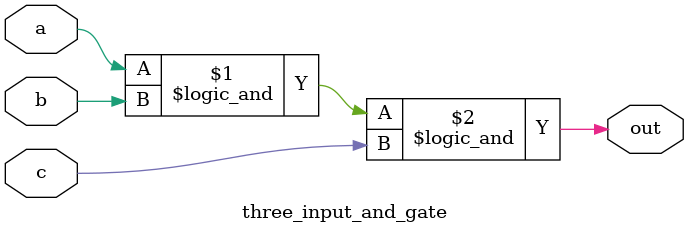
<source format=v>
`timescale 1ps/1ps

module three_input_and_gate(a, b, c, out);
    input a;
    input b;
    input c;
    output out;
    assign out = a&&b&&c;
endmodule
</source>
